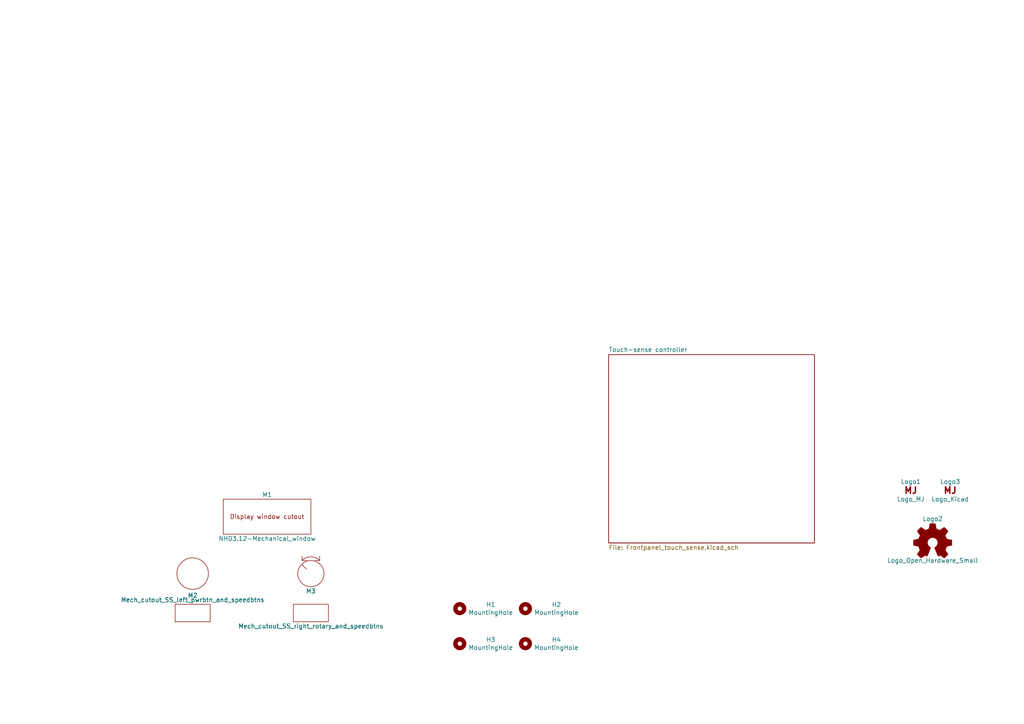
<source format=kicad_sch>
(kicad_sch (version 20231120) (generator "eeschema") (generator_version "8.0")
  (paper "A4")
  (title_block (title "Solderstation Frontpanel (outer plate)") (date "2020-08-02") (rev "P1a") (company "MaJo Electronics :)"))
  (lib_symbols
    (symbol "Graphic:Logo_Open_Hardware_Small" (pin_names (offset 1.016))
      (symbol "Logo_Open_Hardware_Small_0_1"
        (polyline (pts (xy 3.3528 -4.3434) (xy 3.302 -4.318) (xy 3.175 -4.2418) (xy 2.9972 -4.1148) (xy 2.7686 -3.9624) (xy 2.54 -3.81) (xy 2.3622 -3.7084) (xy 2.2352 -3.6068) (xy 2.1844 -3.5814) (xy 2.159 -3.6068) (xy 2.0574 -3.6576) (xy 1.905 -3.7338) (xy 1.8034 -3.7846) (xy 1.6764 -3.8354) (xy 1.6002 -3.8354) (xy 1.6002 -3.8354) (xy 1.5494 -3.7338) (xy 1.4732 -3.5306) (xy 1.3462 -3.302) (xy 1.2446 -3.0226) (xy 1.1176 -2.7178) (xy 0.9652 -2.413) (xy 0.8636 -2.1082) (xy 0.7366 -1.8288) (xy 0.6604 -1.6256) (xy 0.6096 -1.4732) (xy 0.5842 -1.397) (xy 0.5842 -1.397) (xy 0.6604 -1.3208) (xy 0.7874 -1.2446) (xy 1.0414 -1.016) (xy 1.2954 -0.6858) (xy 1.4478 -0.3302) (xy 1.524 0.0762) (xy 1.4732 0.4572) (xy 1.3208 0.8128) (xy 1.0668 1.143) (xy 0.762 1.3716) (xy 0.4064 1.524) (xy 0 1.5748) (xy -0.381 1.5494) (xy -0.7366 1.397) (xy -1.0668 1.143) (xy -1.2192 0.9906) (xy -1.397 0.6604) (xy -1.524 0.3048) (xy -1.524 0.2286) (xy -1.4986 -0.1778) (xy -1.397 -0.5334) (xy -1.1938 -0.8636) (xy -0.9144 -1.143) (xy -0.8636 -1.1684) (xy -0.7366 -1.27) (xy -0.635 -1.3462) (xy -0.5842 -1.397) (xy -1.0668 -2.5908) (xy -1.143 -2.794) (xy -1.2954 -3.1242) (xy -1.397 -3.4036) (xy -1.4986 -3.6322) (xy -1.5748 -3.7846) (xy -1.6002 -3.8354) (xy -1.6002 -3.8354) (xy -1.651 -3.8354) (xy -1.7272 -3.81) (xy -1.905 -3.7338) (xy -2.0066 -3.683) (xy -2.1336 -3.6068) (xy -2.2098 -3.5814) (xy -2.2606 -3.6068) (xy -2.3622 -3.683) (xy -2.54 -3.81) (xy -2.7686 -3.9624) (xy -2.9718 -4.0894) (xy -3.1496 -4.2164) (xy -3.302 -4.318) (xy -3.3528 -4.3434) (xy -3.3782 -4.3434) (xy -3.429 -4.318) (xy -3.5306 -4.2164) (xy -3.7084 -4.064) (xy -3.937 -3.8354) (xy -3.9624 -3.81) (xy -4.1656 -3.6068) (xy -4.318 -3.4544) (xy -4.4196 -3.3274) (xy -4.445 -3.2766) (xy -4.445 -3.2766) (xy -4.4196 -3.2258) (xy -4.318 -3.0734) (xy -4.2164 -2.8956) (xy -4.064 -2.667) (xy -3.6576 -2.0828) (xy -3.8862 -1.5494) (xy -3.937 -1.3716) (xy -4.0386 -1.1684) (xy -4.0894 -1.0414) (xy -4.1148 -0.9652) (xy -4.191 -0.9398) (xy -4.318 -0.9144) (xy -4.5466 -0.8636) (xy -4.8006 -0.8128) (xy -5.0546 -0.7874) (xy -5.2578 -0.7366) (xy -5.4356 -0.7112) (xy -5.5118 -0.6858) (xy -5.5118 -0.6858) (xy -5.5372 -0.635) (xy -5.5372 -0.5588) (xy -5.5372 -0.4318) (xy -5.5626 -0.2286) (xy -5.5626 0.0762) (xy -5.5626 0.127) (xy -5.5372 0.4064) (xy -5.5372 0.635) (xy -5.5372 0.762) (xy -5.5372 0.8382) (xy -5.5372 0.8382) (xy -5.461 0.8382) (xy -5.3086 0.889) (xy -5.08 0.9144) (xy -4.826 0.9652) (xy -4.8006 0.9906) (xy -4.5466 1.0414) (xy -4.318 1.0668) (xy -4.1656 1.1176) (xy -4.0894 1.143) (xy -4.0894 1.143) (xy -4.0386 1.2446) (xy -3.9624 1.4224) (xy -3.8608 1.6256) (xy -3.7846 1.8288) (xy -3.7084 2.0066) (xy -3.6576 2.159) (xy -3.6322 2.2098) (xy -3.6322 2.2098) (xy -3.683 2.286) (xy -3.7592 2.413) (xy -3.8862 2.5908) (xy -4.064 2.8194) (xy -4.064 2.8448) (xy -4.2164 3.0734) (xy -4.3434 3.2512) (xy -4.4196 3.3782) (xy -4.445 3.4544) (xy -4.445 3.4544) (xy -4.3942 3.5052) (xy -4.2926 3.6322) (xy -4.1148 3.81) (xy -3.937 4.0132) (xy -3.8608 4.064) (xy -3.6576 4.2926) (xy -3.5052 4.4196) (xy -3.4036 4.4958) (xy -3.3528 4.5212) (xy -3.3528 4.5212) (xy -3.302 4.4704) (xy -3.1496 4.3688) (xy -2.9718 4.2418) (xy -2.7432 4.0894) (xy -2.7178 4.0894) (xy -2.4892 3.937) (xy -2.3114 3.81) (xy -2.1844 3.7084) (xy -2.1336 3.683) (xy -2.1082 3.683) (xy -2.032 3.7084) (xy -1.8542 3.7592) (xy -1.6764 3.8354) (xy -1.4732 3.937) (xy -1.27 4.0132) (xy -1.143 4.064) (xy -1.0668 4.1148) (xy -1.0668 4.1148) (xy -1.0414 4.191) (xy -1.016 4.3434) (xy -0.9652 4.572) (xy -0.9144 4.8514) (xy -0.889 4.9022) (xy -0.8382 5.1562) (xy -0.8128 5.3848) (xy -0.7874 5.5372) (xy -0.762 5.588) (xy -0.7112 5.6134) (xy -0.5842 5.6134) (xy -0.4064 5.6134) (xy -0.1524 5.6134) (xy 0.0762 5.6134) (xy 0.3302 5.6134) (xy 0.5334 5.6134) (xy 0.6858 5.588) (xy 0.7366 5.588) (xy 0.7366 5.588) (xy 0.762 5.5118) (xy 0.8128 5.334) (xy 0.8382 5.1054) (xy 0.9144 4.826) (xy 0.9144 4.7752) (xy 0.9652 4.5212) (xy 1.016 4.2926) (xy 1.0414 4.1402) (xy 1.0668 4.0894) (xy 1.0668 4.0894) (xy 1.1938 4.0386) (xy 1.3716 3.9624) (xy 1.5748 3.8608) (xy 2.0828 3.6576) (xy 2.7178 4.0894) (xy 2.7686 4.1402) (xy 2.9972 4.2926) (xy 3.175 4.4196) (xy 3.302 4.4958) (xy 3.3782 4.5212) (xy 3.3782 4.5212) (xy 3.429 4.4704) (xy 3.556 4.3434) (xy 3.7338 4.191) (xy 3.9116 3.9878) (xy 4.064 3.8354) (xy 4.2418 3.6576) (xy 4.3434 3.556) (xy 4.4196 3.4798) (xy 4.4196 3.429) (xy 4.4196 3.4036) (xy 4.3942 3.3274) (xy 4.2926 3.2004) (xy 4.1656 2.9972) (xy 4.0132 2.794) (xy 3.8862 2.5908) (xy 3.7592 2.3876) (xy 3.6576 2.2352) (xy 3.6322 2.159) (xy 3.6322 2.1336) (xy 3.683 2.0066) (xy 3.7592 1.8288) (xy 3.8608 1.6002) (xy 4.064 1.1176) (xy 4.3942 1.0414) (xy 4.5974 1.016) (xy 4.8768 0.9652) (xy 5.1308 0.9144) (xy 5.5372 0.8382) (xy 5.5626 -0.6604) (xy 5.4864 -0.6858) (xy 5.4356 -0.6858) (xy 5.2832 -0.7366) (xy 5.0546 -0.762) (xy 4.8006 -0.8128) (xy 4.5974 -0.8636) (xy 4.3688 -0.9144) (xy 4.2164 -0.9398) (xy 4.1402 -0.9398) (xy 4.1148 -0.9652) (xy 4.064 -1.0668) (xy 3.9878 -1.2446) (xy 3.9116 -1.4478) (xy 3.81 -1.651) (xy 3.7338 -1.8542) (xy 3.683 -2.0066) (xy 3.6576 -2.0828) (xy 3.683 -2.1336) (xy 3.7846 -2.2606) (xy 3.8862 -2.4638) (xy 4.0386 -2.667) (xy 4.191 -2.8956) (xy 4.318 -3.0734) (xy 4.3942 -3.2004) (xy 4.445 -3.2766) (xy 4.4196 -3.3274) (xy 4.3434 -3.429) (xy 4.1656 -3.5814) (xy 3.937 -3.8354) (xy 3.8862 -3.8608) (xy 3.683 -4.064) (xy 3.5306 -4.2164) (xy 3.4036 -4.318) (xy 3.3528 -4.3434)) (fill (type outline)))
      )
    )
    (symbol "Mechanical:MountingHole" (pin_names (offset 1.016))
      (property "Reference" "H" (at 0 5.08 0))
      (property "Value" "MountingHole" (at 0 3.175 0))
      (symbol "MountingHole_0_1"
        (circle (center 0 0) (radius 1.27) (stroke (width 1.27)))
      )
    )
    (symbol "customlib_mj:Logo_MJ" (pin_names (offset 1.016))
      (property "Reference" "Logo" (at 0 2.54 0))
      (symbol "Logo_MJ_0_0"
        (text "MJ" (at 0 0 0) (effects (font (size 1.905 1.905) (bold yes))))
      )
    )
    (symbol "customlib_mj:Mech_cutout_SS_left_pwrbtn_and_speedbtns" (pin_numbers hide) (pin_names (offset 0) hide)
      (property "Reference" "M" (at 0 -5.08 0))
      (property "Value" "Mech_cutout_SS_left_pwrbtn_and_speedbtns" (at 0 -7.62 0))
      (symbol "Mech_cutout_SS_left_pwrbtn_and_speedbtns_0_0"
        (rectangle (start -5.08 -8.89) (end 5.08 -13.97))
        (circle (center 0 0) (radius 4.572))
      )
    )
    (symbol "customlib_mj:Mech_cutout_SS_right_rotary_and_speedbtns" (pin_numbers hide) (pin_names (offset 0) hide)
      (property "Reference" "M" (at 0 -5.08 0))
      (property "Value" "Mech_cutout_SS_right_rotary_and_speedbtns" (at 0 -7.62 0))
      (symbol "Mech_cutout_SS_right_rotary_and_speedbtns_0_0"
        (rectangle (start -5.08 -8.89) (end 5.08 -13.97))
        (polyline (pts (xy -2.54 2.54) (xy -1.27 1.27)))
        (polyline (pts (xy 2.54 3.81) (xy 1.27 3.81)))
        (polyline (pts (xy 2.54 3.81) (xy 2.54 5.08)))
        (polyline (pts (xy -2.54 3.81) (xy -2.54 5.08) (xy -2.54 3.81) (xy -1.27 3.81)))
        (circle (center 0 0) (radius 3.81))
        (arc (start 2.54 3.81) (mid 0 4.8621) (end -2.54 3.81))
      )
    )
    (symbol "customlib_mj:NHD3.12-Mechanical_window" (pin_numbers hide) (pin_names (offset 0) hide)
      (property "Reference" "M" (at 0 6.35 0))
      (property "Value" "NHD3.12-Mechanical_window" (at 0 -6.35 0))
      (symbol "NHD3.12-Mechanical_window_0_0"
        (text "Display window cutout" (at 0 0 0) (effects (font (size 1.27 1.27))))
      )
      (symbol "NHD3.12-Mechanical_window_0_1"
        (rectangle (start 12.7 -5.08) (end -12.7 5.08))
      )
    )
  )
  (symbol (lib_id "Mechanical:MountingHole") (at 133.35 176.53 0) (unit 1)
    (property "Reference" "H1" (at 142.3416 175.3616 0))
    (property "Value" "MountingHole" (at 142.3416 177.673 0))
    (property "Footprint" "customlib_mj_fp:MountingHole_3.5mm_Hammond_panel_screws" (effects (hide yes)))
  )
  (symbol (lib_id "Mechanical:MountingHole") (at 152.4 176.53 0) (unit 1)
    (property "Reference" "H2" (at 161.3916 175.3616 0))
    (property "Value" "MountingHole" (at 161.3916 177.673 0))
    (property "Footprint" "customlib_mj_fp:MountingHole_3.5mm_Hammond_panel_screws" (effects (hide yes)))
  )
  (symbol (lib_id "Mechanical:MountingHole") (at 133.35 186.69 0) (unit 1)
    (property "Reference" "H3" (at 142.3416 185.5216 0))
    (property "Value" "MountingHole" (at 142.3416 187.833 0))
    (property "Footprint" "customlib_mj_fp:MountingHole_3.5mm_Hammond_panel_screws" (effects (hide yes)))
  )
  (symbol (lib_id "Mechanical:MountingHole") (at 152.4 186.69 0) (unit 1)
    (property "Reference" "H4" (at 161.3916 185.5216 0))
    (property "Value" "MountingHole" (at 161.3916 187.833 0))
    (property "Footprint" "customlib_mj_fp:MountingHole_3.5mm_Hammond_panel_screws" (effects (hide yes)))
  )
  (symbol (lib_id "customlib_mj:NHD3.12-Mechanical_window") (at 77.47 149.86 0) (unit 1)
    (property "Reference" "M1" (at 77.47 143.51 0))
    (property "Value" "NHD3.12-Mechanical_window" (at 77.47 156.21 0))
    (property "Footprint" "customlib_mj_fp:NHD3_12-Reverse_Bezel" (effects (hide yes)))
  )
  (symbol (lib_id "customlib_mj:Mech_cutout_SS_left_pwrbtn_and_speedbtns") (at 55.88 166.37 0) (unit 1)
    (property "Reference" "M2" (at 55.88 172.72 0))
    (property "Value" "Mech_cutout_SS_left_pwrbtn_and_speedbtns" (at 55.88 173.99 0))
    (property "Footprint" "customlib_mj_fp:Frontpanel_L_Powerbtn_Pushbtns_outer_cutouts" (effects (hide yes)))
  )
  (symbol (lib_id "customlib_mj:Mech_cutout_SS_right_rotary_and_speedbtns") (at 90.17 166.37 0) (unit 1)
    (property "Reference" "M3" (at 90.17 171.45 0))
    (property "Value" "Mech_cutout_SS_right_rotary_and_speedbtns" (at 90.17 181.61 0))
    (property "Footprint" "customlib_mj_fp:Frontpanel_R_RotaryEnc_Pushbtns_outer_cutouts" (effects (hide yes)))
  )
  (symbol (lib_id "Graphic:Logo_Open_Hardware_Small") (at 270.51 157.48 0) (unit 1)
    (property "Reference" "Logo2" (at 270.51 150.495 0))
    (property "Value" "Logo_Open_Hardware_Small" (at 270.51 162.56 0))
    (property "Footprint" "Symbol:OSHW-Logo_5.7x6mm_SilkScreen" (effects (hide yes)))
  )
  (symbol (lib_id "customlib_mj:Logo_MJ") (at 264.16 142.24 0) (unit 1)
    (property "Reference" "Logo1" (at 264.16 139.7 0))
    (property "Value" "Logo_MJ" (at 264.16 144.78 0))
    (property "Footprint" "customlib_mj_fp:MJ_10.3x12.7" (effects (hide yes)))
  )
  (symbol (lib_id "customlib_mj:Logo_MJ") (at 275.59 142.24 0) (unit 1)
    (property "Reference" "Logo3" (at 275.59 139.7 0))
    (property "Value" "Logo_Kicad" (at 275.59 144.78 0))
    (property "Footprint" "Symbol:KiCad-Logo2_5mm_SilkScreen" (effects (hide yes)))
  )
  (sheet (at 176.53 102.87) (size 59.69 54.61)
    (property "Sheetname" "Touch-sense controller" (at 176.53 102.1584 0) (effects (justify left bottom)))
    (property "Sheetfile" "Frontpanel_touch_sense.kicad_sch" (at 176.53 158.0646 0) (effects (justify left top)))
  )
)
</source>
